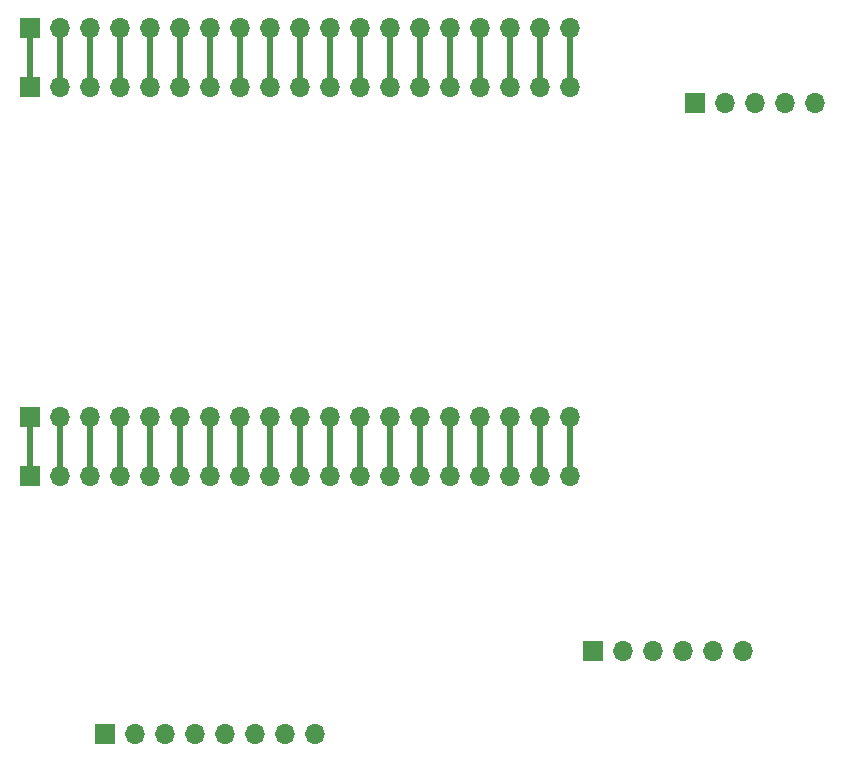
<source format=gbr>
%TF.GenerationSoftware,KiCad,Pcbnew,8.0.3*%
%TF.CreationDate,2024-06-28T16:21:33+02:00*%
%TF.ProjectId,infoscreen,696e666f-7363-4726-9565-6e2e6b696361,rev?*%
%TF.SameCoordinates,Original*%
%TF.FileFunction,Copper,L2,Bot*%
%TF.FilePolarity,Positive*%
%FSLAX46Y46*%
G04 Gerber Fmt 4.6, Leading zero omitted, Abs format (unit mm)*
G04 Created by KiCad (PCBNEW 8.0.3) date 2024-06-28 16:21:33*
%MOMM*%
%LPD*%
G01*
G04 APERTURE LIST*
%TA.AperFunction,ComponentPad*%
%ADD10R,1.700000X1.700000*%
%TD*%
%TA.AperFunction,ComponentPad*%
%ADD11O,1.700000X1.700000*%
%TD*%
%TA.AperFunction,Conductor*%
%ADD12C,0.500000*%
%TD*%
G04 APERTURE END LIST*
D10*
%TO.P,ESP32-WROOM-32U1,1,3.3v*%
%TO.N,Net-(ESP32-WROOM-32U1-3.3v)*%
X122682000Y-112442000D03*
X122682000Y-107442000D03*
D11*
%TO.P,ESP32-WROOM-32U1,2,EN*%
%TO.N,unconnected-(ESP32-WROOM-32U1-EN-Pad2)*%
X125222000Y-112442000D03*
X125222000Y-107442000D03*
%TO.P,ESP32-WROOM-32U1,3,VP*%
%TO.N,unconnected-(ESP32-WROOM-32U1-VP-Pad3)*%
X127762000Y-112442000D03*
X127762000Y-107442000D03*
%TO.P,ESP32-WROOM-32U1,4,VN*%
%TO.N,unconnected-(ESP32-WROOM-32U1-VN-Pad4)*%
X130302000Y-112442000D03*
X130302000Y-107442000D03*
%TO.P,ESP32-WROOM-32U1,5,34*%
%TO.N,unconnected-(ESP32-WROOM-32U1-34-Pad5)*%
X132842000Y-112442000D03*
X132842000Y-107442000D03*
%TO.P,ESP32-WROOM-32U1,6,35*%
%TO.N,unconnected-(ESP32-WROOM-32U1-35-Pad6)*%
X135382000Y-112442000D03*
X135382000Y-107442000D03*
%TO.P,ESP32-WROOM-32U1,7,32*%
%TO.N,unconnected-(ESP32-WROOM-32U1-32-Pad7)*%
X137922000Y-112442000D03*
X137922000Y-107442000D03*
%TO.P,ESP32-WROOM-32U1,8,33*%
%TO.N,unconnected-(ESP32-WROOM-32U1-33-Pad8)*%
X140462000Y-112442000D03*
X140462000Y-107442000D03*
%TO.P,ESP32-WROOM-32U1,9,25*%
%TO.N,unconnected-(ESP32-WROOM-32U1-25-Pad9)*%
X143002000Y-112442000D03*
X143002000Y-107442000D03*
%TO.P,ESP32-WROOM-32U1,10,26*%
%TO.N,unconnected-(ESP32-WROOM-32U1-26-Pad10)*%
X145542000Y-112442000D03*
X145542000Y-107442000D03*
%TO.P,ESP32-WROOM-32U1,11,27*%
%TO.N,unconnected-(ESP32-WROOM-32U1-27-Pad11)*%
X148082000Y-112442000D03*
X148082000Y-107442000D03*
%TO.P,ESP32-WROOM-32U1,12,14*%
%TO.N,unconnected-(ESP32-WROOM-32U1-14-Pad12)*%
X150622000Y-112442000D03*
X150622000Y-107442000D03*
%TO.P,ESP32-WROOM-32U1,13,12*%
%TO.N,unconnected-(ESP32-WROOM-32U1-12-Pad13)*%
X153162000Y-112442000D03*
X153162000Y-107442000D03*
%TO.P,ESP32-WROOM-32U1,14,GND*%
%TO.N,unconnected-(ESP32-WROOM-32U1-GND-Pad14)*%
X155702000Y-112442000D03*
X155702000Y-107442000D03*
%TO.P,ESP32-WROOM-32U1,15,13*%
%TO.N,unconnected-(ESP32-WROOM-32U1-13-Pad15)*%
X158242000Y-112442000D03*
X158242000Y-107442000D03*
%TO.P,ESP32-WROOM-32U1,16,D2*%
%TO.N,unconnected-(ESP32-WROOM-32U1-D2-Pad16)*%
X160782000Y-112442000D03*
X160782000Y-107442000D03*
%TO.P,ESP32-WROOM-32U1,17,D3*%
%TO.N,unconnected-(ESP32-WROOM-32U1-D3-Pad17)*%
X163322000Y-112442000D03*
X163322000Y-107442000D03*
%TO.P,ESP32-WROOM-32U1,18,CMD*%
%TO.N,unconnected-(ESP32-WROOM-32U1-CMD-Pad18)*%
X165862000Y-112442000D03*
X165862000Y-107442000D03*
%TO.P,ESP32-WROOM-32U1,19,5V*%
%TO.N,unconnected-(ESP32-WROOM-32U1-5V-Pad19)*%
X168402000Y-112442000D03*
X168402000Y-107442000D03*
D10*
%TO.P,ESP32-WROOM-32U1,20,GND*%
%TO.N,Net-(U1-GND)*%
X122682000Y-79502000D03*
X122682000Y-74502000D03*
D11*
%TO.P,ESP32-WROOM-32U1,21,MOSI/23*%
%TO.N,unconnected-(ESP32-WROOM-32U1-MOSI{slash}23-Pad21)*%
X125222000Y-79502000D03*
X125222000Y-74502000D03*
%TO.P,ESP32-WROOM-32U1,22,SCL/22*%
%TO.N,Net-(ESP32-WROOM-32U1-SCL{slash}22)*%
X127762000Y-79502000D03*
X127762000Y-74502000D03*
%TO.P,ESP32-WROOM-32U1,23,TX*%
%TO.N,unconnected-(ESP32-WROOM-32U1-TX-Pad23)*%
X130302000Y-79502000D03*
X130302000Y-74502000D03*
%TO.P,ESP32-WROOM-32U1,24,RX*%
%TO.N,unconnected-(ESP32-WROOM-32U1-RX-Pad24)*%
X132842000Y-79502000D03*
X132842000Y-74502000D03*
%TO.P,ESP32-WROOM-32U1,25,SDA/21*%
%TO.N,Net-(ESP32-WROOM-32U1-SDA{slash}21)*%
X135382000Y-79502000D03*
X135382000Y-74502000D03*
%TO.P,ESP32-WROOM-32U1,26,GND*%
%TO.N,unconnected-(ESP32-WROOM-32U1-GND-Pad26)*%
X137922000Y-79502000D03*
X137922000Y-74502000D03*
%TO.P,ESP32-WROOM-32U1,27,MISO/19*%
%TO.N,unconnected-(ESP32-WROOM-32U1-MISO{slash}19-Pad27)*%
X140462000Y-79502000D03*
X140462000Y-74502000D03*
%TO.P,ESP32-WROOM-32U1,28,SCK/18*%
%TO.N,unconnected-(ESP32-WROOM-32U1-SCK{slash}18-Pad28)*%
X143002000Y-79502000D03*
X143002000Y-74502000D03*
%TO.P,ESP32-WROOM-32U1,29,SS/5*%
%TO.N,unconnected-(ESP32-WROOM-32U1-SS{slash}5-Pad29)*%
X145542000Y-79502000D03*
X145542000Y-74502000D03*
%TO.P,ESP32-WROOM-32U1,30,17*%
%TO.N,unconnected-(ESP32-WROOM-32U1-17-Pad30)*%
X148082000Y-79502000D03*
X148082000Y-74502000D03*
%TO.P,ESP32-WROOM-32U1,31,16*%
%TO.N,unconnected-(ESP32-WROOM-32U1-16-Pad31)*%
X150622000Y-79502000D03*
X150622000Y-74502000D03*
%TO.P,ESP32-WROOM-32U1,32,4*%
%TO.N,unconnected-(ESP32-WROOM-32U1-4-Pad32)*%
X153162000Y-79502000D03*
X153162000Y-74502000D03*
%TO.P,ESP32-WROOM-32U1,33,0*%
%TO.N,unconnected-(ESP32-WROOM-32U1-0-Pad33)*%
X155702000Y-79502000D03*
X155702000Y-74502000D03*
%TO.P,ESP32-WROOM-32U1,34,2*%
%TO.N,unconnected-(ESP32-WROOM-32U1-2-Pad34)*%
X158242000Y-79502000D03*
X158242000Y-74502000D03*
%TO.P,ESP32-WROOM-32U1,35,15*%
%TO.N,unconnected-(ESP32-WROOM-32U1-15-Pad35)*%
X160782000Y-79502000D03*
X160782000Y-74502000D03*
%TO.P,ESP32-WROOM-32U1,36,D1*%
%TO.N,unconnected-(ESP32-WROOM-32U1-D1-Pad36)*%
X163322000Y-79502000D03*
X163322000Y-74502000D03*
%TO.P,ESP32-WROOM-32U1,37,D0*%
%TO.N,unconnected-(ESP32-WROOM-32U1-D0-Pad37)*%
X165862000Y-79502000D03*
X165862000Y-74502000D03*
%TO.P,ESP32-WROOM-32U1,38,CLK*%
%TO.N,unconnected-(ESP32-WROOM-32U1-CLK-Pad38)*%
X168402000Y-79502000D03*
X168402000Y-74502000D03*
%TD*%
D10*
%TO.P,U3,1,VCC*%
%TO.N,Net-(ESP32-WROOM-32U1-3.3v)*%
X170366000Y-127254000D03*
D11*
%TO.P,U3,2,GND*%
%TO.N,Net-(U1-GND)*%
X172906000Y-127254000D03*
%TO.P,U3,3,SCL*%
%TO.N,Net-(ESP32-WROOM-32U1-SCL{slash}22)*%
X175446000Y-127254000D03*
%TO.P,U3,4,SDA*%
%TO.N,Net-(ESP32-WROOM-32U1-SDA{slash}21)*%
X177986000Y-127254000D03*
%TO.P,U3,5,CSB*%
%TO.N,unconnected-(U3-CSB-Pad5)*%
X180526000Y-127254000D03*
%TO.P,U3,6,SDO*%
%TO.N,unconnected-(U3-SDO-Pad6)*%
X183066000Y-127254000D03*
%TD*%
D10*
%TO.P,U1,1,VCC*%
%TO.N,Net-(ESP32-WROOM-32U1-3.3v)*%
X178982000Y-80804000D03*
D11*
%TO.P,U1,2,GND*%
%TO.N,Net-(U1-GND)*%
X181522000Y-80804000D03*
%TO.P,U1,3,SCL*%
%TO.N,Net-(ESP32-WROOM-32U1-SCL{slash}22)*%
X184062000Y-80804000D03*
%TO.P,U1,4,SDA*%
%TO.N,Net-(ESP32-WROOM-32U1-SDA{slash}21)*%
X186602000Y-80804000D03*
%TO.P,U1,5,INT*%
%TO.N,unconnected-(U1-INT-Pad5)*%
X189142000Y-80804000D03*
%TD*%
D10*
%TO.P,U2,1,VIN*%
%TO.N,Net-(ESP32-WROOM-32U1-3.3v)*%
X129042000Y-134254000D03*
D11*
%TO.P,U2,2,3V3*%
%TO.N,unconnected-(U2-3V3-Pad2)*%
X131582000Y-134254000D03*
%TO.P,U2,3,GND*%
%TO.N,Net-(U1-GND)*%
X134122000Y-134254000D03*
%TO.P,U2,4,SCL*%
%TO.N,Net-(ESP32-WROOM-32U1-SCL{slash}22)*%
X136662000Y-134254000D03*
%TO.P,U2,5,SDA*%
%TO.N,Net-(ESP32-WROOM-32U1-SDA{slash}21)*%
X139202000Y-134254000D03*
%TO.P,U2,6,ADD*%
%TO.N,unconnected-(U2-ADD-Pad6)*%
X141742000Y-134254000D03*
%TO.P,U2,7,CS*%
%TO.N,unconnected-(U2-CS-Pad7)*%
X144282000Y-134254000D03*
%TO.P,U2,8,INT*%
%TO.N,unconnected-(U2-INT-Pad8)*%
X146822000Y-134254000D03*
%TD*%
D12*
%TO.N,unconnected-(ESP32-WROOM-32U1-CLK-Pad38)*%
X168402000Y-79502000D02*
X168402000Y-74502000D01*
%TO.N,unconnected-(ESP32-WROOM-32U1-25-Pad9)*%
X143002000Y-112442000D02*
X143002000Y-107442000D01*
%TO.N,Net-(ESP32-WROOM-32U1-SDA{slash}21)*%
X135382000Y-74502000D02*
X135382000Y-79502000D01*
%TO.N,unconnected-(ESP32-WROOM-32U1-D1-Pad36)*%
X163322000Y-79502000D02*
X163322000Y-74502000D01*
%TO.N,unconnected-(ESP32-WROOM-32U1-VN-Pad4)*%
X130302000Y-107442000D02*
X130302000Y-112442000D01*
%TO.N,unconnected-(ESP32-WROOM-32U1-MISO{slash}19-Pad27)*%
X140462000Y-74502000D02*
X140462000Y-79502000D01*
%TO.N,Net-(ESP32-WROOM-32U1-3.3v)*%
X122682000Y-107442000D02*
X122682000Y-112442000D01*
%TO.N,unconnected-(ESP32-WROOM-32U1-5V-Pad19)*%
X168402000Y-107442000D02*
X168402000Y-112442000D01*
%TO.N,unconnected-(ESP32-WROOM-32U1-SS{slash}5-Pad29)*%
X145542000Y-74502000D02*
X145542000Y-79502000D01*
%TO.N,unconnected-(ESP32-WROOM-32U1-34-Pad5)*%
X132842000Y-112442000D02*
X132842000Y-107442000D01*
%TO.N,unconnected-(ESP32-WROOM-32U1-35-Pad6)*%
X135382000Y-107442000D02*
X135382000Y-112442000D01*
%TO.N,unconnected-(ESP32-WROOM-32U1-12-Pad13)*%
X153162000Y-107442000D02*
X153162000Y-112442000D01*
%TO.N,unconnected-(ESP32-WROOM-32U1-4-Pad32)*%
X153162000Y-79502000D02*
X153162000Y-74502000D01*
%TO.N,unconnected-(ESP32-WROOM-32U1-EN-Pad2)*%
X125222000Y-107442000D02*
X125222000Y-112442000D01*
%TO.N,unconnected-(ESP32-WROOM-32U1-CMD-Pad18)*%
X165862000Y-112442000D02*
X165862000Y-107442000D01*
%TO.N,unconnected-(ESP32-WROOM-32U1-32-Pad7)*%
X137922000Y-112442000D02*
X137922000Y-107442000D01*
%TO.N,unconnected-(ESP32-WROOM-32U1-D3-Pad17)*%
X163322000Y-107442000D02*
X163322000Y-112442000D01*
%TO.N,Net-(ESP32-WROOM-32U1-SCL{slash}22)*%
X127762000Y-79502000D02*
X127762000Y-74502000D01*
%TO.N,unconnected-(ESP32-WROOM-32U1-GND-Pad14)*%
X155702000Y-112442000D02*
X155702000Y-107442000D01*
%TO.N,unconnected-(ESP32-WROOM-32U1-33-Pad8)*%
X140462000Y-107442000D02*
X140462000Y-112442000D01*
%TO.N,unconnected-(ESP32-WROOM-32U1-D2-Pad16)*%
X160782000Y-112442000D02*
X160782000Y-107442000D01*
%TO.N,unconnected-(ESP32-WROOM-32U1-13-Pad15)*%
X158242000Y-107442000D02*
X158242000Y-112442000D01*
%TO.N,unconnected-(ESP32-WROOM-32U1-SCK{slash}18-Pad28)*%
X143002000Y-79502000D02*
X143002000Y-74502000D01*
%TO.N,unconnected-(ESP32-WROOM-32U1-17-Pad30)*%
X148082000Y-79502000D02*
X148082000Y-74502000D01*
%TO.N,unconnected-(ESP32-WROOM-32U1-2-Pad34)*%
X158242000Y-79502000D02*
X158242000Y-74502000D01*
%TO.N,unconnected-(ESP32-WROOM-32U1-15-Pad35)*%
X160782000Y-74502000D02*
X160782000Y-79502000D01*
%TO.N,unconnected-(ESP32-WROOM-32U1-14-Pad12)*%
X150622000Y-112442000D02*
X150622000Y-107442000D01*
%TO.N,unconnected-(ESP32-WROOM-32U1-D0-Pad37)*%
X165862000Y-74502000D02*
X165862000Y-79502000D01*
%TO.N,unconnected-(ESP32-WROOM-32U1-MOSI{slash}23-Pad21)*%
X125222000Y-74502000D02*
X125222000Y-79502000D01*
%TO.N,unconnected-(ESP32-WROOM-32U1-16-Pad31)*%
X150622000Y-74502000D02*
X150622000Y-79502000D01*
%TO.N,unconnected-(ESP32-WROOM-32U1-VP-Pad3)*%
X127762000Y-112442000D02*
X127762000Y-107442000D01*
%TO.N,unconnected-(ESP32-WROOM-32U1-26-Pad10)*%
X145542000Y-107442000D02*
X145542000Y-112442000D01*
%TO.N,unconnected-(ESP32-WROOM-32U1-TX-Pad23)*%
X130302000Y-74502000D02*
X130302000Y-79502000D01*
%TO.N,unconnected-(ESP32-WROOM-32U1-RX-Pad24)*%
X132842000Y-79502000D02*
X132842000Y-74502000D01*
%TO.N,unconnected-(ESP32-WROOM-32U1-GND-Pad26)*%
X137922000Y-79502000D02*
X137922000Y-74502000D01*
%TO.N,unconnected-(ESP32-WROOM-32U1-0-Pad33)*%
X155702000Y-74502000D02*
X155702000Y-79502000D01*
%TO.N,Net-(U1-GND)*%
X122682000Y-79502000D02*
X122682000Y-74502000D01*
%TO.N,unconnected-(ESP32-WROOM-32U1-27-Pad11)*%
X148082000Y-112442000D02*
X148082000Y-107442000D01*
%TD*%
M02*

</source>
